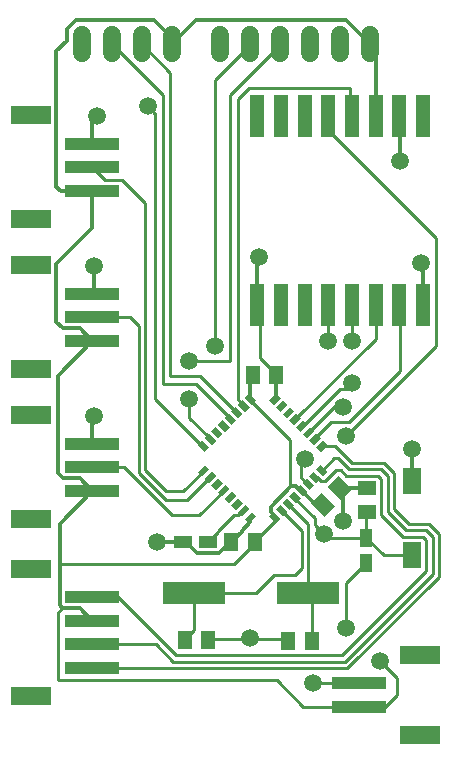
<source format=gbr>
G04 EAGLE Gerber X2 export*
%TF.Part,Single*%
%TF.FileFunction,Copper,L1,Top,Mixed*%
%TF.FilePolarity,Positive*%
%TF.GenerationSoftware,Autodesk,EAGLE,8.6.0*%
%TF.CreationDate,2018-02-12T05:02:09Z*%
G75*
%MOMM*%
%FSLAX34Y34*%
%LPD*%
%AMOC8*
5,1,8,0,0,1.08239X$1,22.5*%
G01*
%ADD10R,1.300000X1.600000*%
%ADD11R,5.334000X1.930400*%
%ADD12R,1.200000X3.600000*%
%ADD13R,1.600000X2.300000*%
%ADD14R,1.600000X1.300000*%
%ADD15R,1.000000X1.500000*%
%ADD16R,0.540000X0.850000*%
%ADD17C,1.524000*%
%ADD18R,1.500000X1.000000*%
%ADD19R,4.600000X1.000000*%
%ADD20R,3.400000X1.600000*%
%ADD21C,1.500000*%
%ADD22C,0.304800*%
%ADD23C,0.254000*%


D10*
X178402Y161290D03*
X158402Y161290D03*
X246286Y160528D03*
X266286Y160528D03*
D11*
X262890Y200660D03*
X166370Y200660D03*
D12*
X360010Y604779D03*
X340010Y604779D03*
X320010Y604779D03*
X300010Y604779D03*
X280010Y604779D03*
X260010Y604779D03*
X240010Y604779D03*
X220010Y604779D03*
X220010Y444779D03*
X240010Y444779D03*
X260010Y444779D03*
X280010Y444779D03*
X300010Y444779D03*
X320010Y444779D03*
X340010Y444779D03*
X360010Y444779D03*
D10*
X216060Y385572D03*
X236060Y385572D03*
G36*
X285630Y274571D02*
X276437Y265378D01*
X265124Y276691D01*
X274317Y285884D01*
X285630Y274571D01*
G37*
G36*
X299772Y288713D02*
X290579Y279520D01*
X279266Y290833D01*
X288459Y300026D01*
X299772Y288713D01*
G37*
D13*
X350520Y295660D03*
X350520Y232660D03*
D14*
X312674Y269400D03*
X312674Y289400D03*
D15*
X312166Y247507D03*
X312166Y226457D03*
D10*
X217772Y243840D03*
X197772Y243840D03*
D16*
G36*
X239880Y263836D02*
X236062Y260018D01*
X230052Y266028D01*
X233870Y269846D01*
X239880Y263836D01*
G37*
G36*
X245537Y269493D02*
X241719Y265675D01*
X235709Y271685D01*
X239527Y275503D01*
X245537Y269493D01*
G37*
G36*
X251194Y275150D02*
X247376Y271332D01*
X241366Y277342D01*
X245184Y281160D01*
X251194Y275150D01*
G37*
G36*
X256850Y280807D02*
X253032Y276989D01*
X247022Y282999D01*
X250840Y286817D01*
X256850Y280807D01*
G37*
G36*
X262507Y286464D02*
X258689Y282646D01*
X252679Y288656D01*
X256497Y292474D01*
X262507Y286464D01*
G37*
G36*
X268093Y292050D02*
X264275Y288232D01*
X258265Y294242D01*
X262083Y298060D01*
X268093Y292050D01*
G37*
G36*
X273750Y297707D02*
X269932Y293889D01*
X263922Y299899D01*
X267740Y303717D01*
X273750Y297707D01*
G37*
G36*
X279407Y303363D02*
X275589Y299545D01*
X269579Y305555D01*
X273397Y309373D01*
X279407Y303363D01*
G37*
G36*
X275660Y330304D02*
X279478Y326486D01*
X273468Y320476D01*
X269650Y324294D01*
X275660Y330304D01*
G37*
G36*
X270003Y335961D02*
X273821Y332143D01*
X267811Y326133D01*
X263993Y329951D01*
X270003Y335961D01*
G37*
G36*
X264346Y341618D02*
X268164Y337800D01*
X262154Y331790D01*
X258336Y335608D01*
X264346Y341618D01*
G37*
G36*
X258689Y347274D02*
X262507Y343456D01*
X256497Y337446D01*
X252679Y341264D01*
X258689Y347274D01*
G37*
G36*
X253032Y352931D02*
X256850Y349113D01*
X250840Y343103D01*
X247022Y346921D01*
X253032Y352931D01*
G37*
G36*
X247376Y358588D02*
X251194Y354770D01*
X245184Y348760D01*
X241366Y352578D01*
X247376Y358588D01*
G37*
G36*
X241719Y364245D02*
X245537Y360427D01*
X239527Y354417D01*
X235709Y358235D01*
X241719Y364245D01*
G37*
G36*
X236062Y369902D02*
X239880Y366084D01*
X233870Y360074D01*
X230052Y363892D01*
X236062Y369902D01*
G37*
G36*
X209192Y366084D02*
X213010Y369902D01*
X219020Y363892D01*
X215202Y360074D01*
X209192Y366084D01*
G37*
G36*
X203535Y360427D02*
X207353Y364245D01*
X213363Y358235D01*
X209545Y354417D01*
X203535Y360427D01*
G37*
G36*
X197878Y354770D02*
X201696Y358588D01*
X207706Y352578D01*
X203888Y348760D01*
X197878Y354770D01*
G37*
G36*
X192222Y349113D02*
X196040Y352931D01*
X202050Y346921D01*
X198232Y343103D01*
X192222Y349113D01*
G37*
G36*
X186565Y343456D02*
X190383Y347274D01*
X196393Y341264D01*
X192575Y337446D01*
X186565Y343456D01*
G37*
G36*
X180908Y337800D02*
X184726Y341618D01*
X190736Y335608D01*
X186918Y331790D01*
X180908Y337800D01*
G37*
G36*
X175251Y332143D02*
X179069Y335961D01*
X185079Y329951D01*
X181261Y326133D01*
X175251Y332143D01*
G37*
G36*
X169594Y326486D02*
X173412Y330304D01*
X179422Y324294D01*
X175604Y320476D01*
X169594Y326486D01*
G37*
G36*
X173412Y299616D02*
X169594Y303434D01*
X175604Y309444D01*
X179422Y305626D01*
X173412Y299616D01*
G37*
G36*
X179069Y293959D02*
X175251Y297777D01*
X181261Y303787D01*
X185079Y299969D01*
X179069Y293959D01*
G37*
G36*
X184726Y288302D02*
X180908Y292120D01*
X186918Y298130D01*
X190736Y294312D01*
X184726Y288302D01*
G37*
G36*
X190383Y282646D02*
X186565Y286464D01*
X192575Y292474D01*
X196393Y288656D01*
X190383Y282646D01*
G37*
G36*
X196040Y276989D02*
X192222Y280807D01*
X198232Y286817D01*
X202050Y282999D01*
X196040Y276989D01*
G37*
G36*
X201696Y271332D02*
X197878Y275150D01*
X203888Y281160D01*
X207706Y277342D01*
X201696Y271332D01*
G37*
G36*
X207353Y265675D02*
X203535Y269493D01*
X209545Y275503D01*
X213363Y271685D01*
X207353Y265675D01*
G37*
G36*
X213010Y260018D02*
X209192Y263836D01*
X215202Y269846D01*
X219020Y266028D01*
X213010Y260018D01*
G37*
D17*
X314960Y657860D02*
X314960Y673100D01*
X289560Y673100D02*
X289560Y657860D01*
X264160Y657860D02*
X264160Y673100D01*
X238760Y673100D02*
X238760Y657860D01*
X213360Y657860D02*
X213360Y673100D01*
X187960Y673100D02*
X187960Y657860D01*
D18*
X157115Y243840D03*
X178165Y243840D03*
D19*
X80180Y137320D03*
X80180Y157320D03*
D20*
X28180Y113320D03*
X28180Y221320D03*
D19*
X80180Y177320D03*
X80180Y197320D03*
X80340Y541340D03*
X80340Y561340D03*
D20*
X28340Y517340D03*
X28340Y605340D03*
D19*
X80340Y581340D03*
X80340Y414340D03*
X80340Y434340D03*
D20*
X28340Y390340D03*
X28340Y478340D03*
D19*
X80340Y454340D03*
X80340Y287340D03*
X80340Y307340D03*
D20*
X28340Y263340D03*
X28340Y351340D03*
D19*
X80340Y327340D03*
D17*
X147320Y657860D02*
X147320Y673100D01*
X121920Y673100D02*
X121920Y657860D01*
X96520Y657860D02*
X96520Y673100D01*
X71120Y673100D02*
X71120Y657860D01*
D19*
X305900Y124300D03*
X305900Y104300D03*
D20*
X357900Y148300D03*
X357900Y80300D03*
D21*
X213360Y162560D03*
X350520Y322580D03*
D22*
X350520Y295660D01*
D21*
X292100Y261620D03*
D22*
X292100Y289773D02*
X289519Y289773D01*
X292100Y289773D02*
X312301Y289773D01*
D23*
X312674Y289400D01*
D21*
X358140Y480060D03*
X340360Y566420D03*
X220980Y485140D03*
D22*
X340360Y604429D02*
X340010Y604779D01*
X340360Y604429D02*
X340360Y566420D01*
X360010Y478190D02*
X360010Y444779D01*
X360010Y478190D02*
X358140Y480060D01*
X220010Y484170D02*
X220010Y444779D01*
X220010Y484170D02*
X220980Y485140D01*
D21*
X83820Y604520D03*
X81280Y477520D03*
X81280Y350520D03*
D22*
X80340Y349580D02*
X80340Y327340D01*
X80340Y349580D02*
X81280Y350520D01*
X80340Y454340D02*
X81280Y455280D01*
X81280Y477520D01*
X80340Y581340D02*
X80340Y601040D01*
X83820Y604520D01*
X236060Y385572D02*
X236060Y366082D01*
X234966Y364988D01*
X206748Y252816D02*
X197772Y243840D01*
X206748Y252816D02*
X206748Y253714D01*
X214106Y261072D02*
X214106Y264932D01*
X214106Y261072D02*
X206748Y253714D01*
D21*
X134620Y243840D03*
D22*
X157115Y243840D01*
X168791Y234316D02*
X187539Y234316D01*
X197063Y243840D02*
X197772Y243840D01*
X159267Y243840D02*
X157115Y243840D01*
X187539Y234316D02*
X197063Y243840D01*
X168791Y234316D02*
X159267Y243840D01*
D23*
X180975Y161925D02*
X212725Y161925D01*
X180975Y161925D02*
X178402Y161290D01*
X212725Y161925D02*
X213360Y162560D01*
X215900Y161925D02*
X244475Y161925D01*
X246286Y160528D01*
X215900Y161925D02*
X213360Y162560D01*
X234950Y387350D02*
X222250Y400050D01*
X222250Y444500D01*
X234950Y387350D02*
X236060Y385572D01*
X222250Y444500D02*
X220010Y444779D01*
D22*
X292100Y289773D02*
X292100Y261620D01*
D21*
X266700Y124460D03*
D23*
X305740Y124460D02*
X305900Y124300D01*
X305740Y124460D02*
X266700Y124460D01*
X178165Y243840D02*
X187002Y252677D01*
X187002Y253609D01*
X203465Y267062D02*
X206993Y270589D01*
X208449Y270589D01*
X200455Y267062D02*
X187002Y253609D01*
X200455Y267062D02*
X203465Y267062D01*
X240623Y269132D02*
X240623Y270589D01*
X166370Y200660D02*
X166370Y169258D01*
X158402Y161290D01*
X218440Y200660D02*
X233680Y215900D01*
X251460Y215900D01*
X257350Y221790D01*
X218440Y200660D02*
X166370Y200660D01*
X257350Y221790D02*
X257350Y253190D01*
X240623Y269917D02*
X240623Y270589D01*
X240623Y269917D02*
X257350Y253190D01*
X262890Y259635D02*
X246280Y276246D01*
X262890Y259635D02*
X262890Y200660D01*
X266286Y197264D02*
X266286Y160528D01*
X266286Y197264D02*
X262890Y200660D01*
X251936Y348017D02*
X320010Y416091D01*
X320010Y444779D01*
X299720Y444500D02*
X299720Y414020D01*
X299720Y444500D02*
X300010Y444779D01*
D21*
X299720Y378460D03*
X299720Y414020D03*
D23*
X289560Y373380D02*
X259080Y342900D01*
X289560Y373380D02*
X299720Y373380D01*
X259080Y342900D02*
X257593Y342360D01*
X299720Y373380D02*
X299720Y378460D01*
X289560Y360680D02*
X287020Y360680D01*
X289560Y360680D02*
X292100Y358140D01*
X279400Y414020D02*
X279400Y444500D01*
X280010Y444779D01*
D21*
X292100Y358140D03*
X279400Y414020D03*
D23*
X287020Y360680D02*
X264160Y337820D01*
X263250Y336704D01*
X287020Y360680D02*
X292100Y358140D01*
X281940Y345440D02*
X269240Y332740D01*
X281940Y345440D02*
X297180Y345440D01*
X340360Y388620D01*
X340360Y444500D01*
X269240Y332740D02*
X268907Y331047D01*
X340360Y444500D02*
X340010Y444779D01*
X257175Y298450D02*
X260350Y295275D01*
X257175Y298450D02*
X257175Y311150D01*
X260350Y314325D01*
X295275Y333375D02*
X371475Y409575D01*
X371475Y501650D01*
X282575Y590550D01*
X282575Y603250D01*
X260350Y295275D02*
X263179Y293146D01*
X282575Y603250D02*
X280010Y604779D01*
D21*
X260350Y314325D03*
X295275Y333375D03*
D23*
X206375Y361950D02*
X203200Y365125D01*
X203200Y619125D01*
X212725Y628650D01*
X298450Y628650D01*
X298450Y606425D01*
X206375Y361950D02*
X208449Y359331D01*
X300010Y604779D02*
X298450Y606425D01*
X171450Y384175D02*
X200025Y355600D01*
X171450Y384175D02*
X146050Y384175D01*
X146050Y641350D01*
X121920Y665480D01*
X200025Y355600D02*
X202792Y353674D01*
X196850Y349250D02*
X168275Y377825D01*
X139700Y377825D01*
X139700Y622300D01*
X96520Y665480D01*
X196850Y349250D02*
X197136Y348017D01*
X327013Y232660D02*
X350520Y232660D01*
X327013Y232660D02*
X312166Y247507D01*
X312166Y268892D01*
X312674Y269400D01*
X184150Y635000D02*
X212725Y663575D01*
X184150Y635000D02*
X184150Y409575D01*
X212725Y663575D02*
X213360Y665480D01*
D21*
X184150Y409575D03*
X276225Y250825D03*
D22*
X251936Y280805D02*
X251936Y281903D01*
D23*
X268684Y258366D02*
X276225Y250825D01*
X268684Y264058D02*
X251936Y280805D01*
X268684Y264058D02*
X268684Y258366D01*
D22*
X310077Y249596D02*
X312166Y247507D01*
D23*
X277454Y249596D02*
X276225Y250825D01*
X279543Y247507D01*
X312166Y247507D01*
X91070Y550610D02*
X80340Y561340D01*
X91070Y550610D02*
X105109Y550610D01*
X124920Y530799D01*
X124920Y304770D02*
X142455Y287235D01*
X124920Y304770D02*
X124920Y530799D01*
X142455Y287235D02*
X157213Y287235D01*
X174508Y304530D01*
X171450Y327025D02*
X133350Y365125D01*
X133350Y606425D01*
X127000Y612775D01*
X171450Y327025D02*
X174508Y325390D01*
D21*
X127000Y612775D03*
D23*
X161925Y349250D02*
X177800Y333375D01*
X161925Y349250D02*
X161925Y365125D01*
X161925Y396875D02*
X196850Y396875D01*
X196850Y622300D01*
X238125Y663575D01*
X177800Y333375D02*
X180165Y331047D01*
X238125Y663575D02*
X238760Y665480D01*
D21*
X161925Y365125D03*
X161925Y396875D03*
D23*
X272062Y273091D02*
X275377Y275631D01*
X269522Y275631D01*
X257593Y287560D01*
D22*
X320010Y660430D02*
X314960Y665480D01*
X320010Y660430D02*
X320010Y604779D01*
X147320Y665480D02*
X147320Y670530D01*
X49864Y544496D02*
X53340Y541020D01*
X80020Y541020D01*
X80340Y541340D01*
X80340Y509600D01*
X49864Y479124D01*
X55466Y424816D02*
X69864Y424816D01*
X80340Y414340D01*
X55466Y424816D02*
X49864Y430418D01*
X49864Y479124D01*
X80340Y414340D02*
X50800Y384800D01*
X55466Y297816D02*
X69864Y297816D01*
X80340Y287340D01*
X55466Y297816D02*
X50800Y302482D01*
X50800Y384800D01*
X52656Y190446D02*
X54876Y188226D01*
X55306Y187796D01*
X69704Y187796D01*
X80180Y177320D01*
X52656Y259656D02*
X80340Y287340D01*
X52656Y259656D02*
X52656Y225425D01*
X52656Y190446D01*
X214106Y383618D02*
X216060Y385572D01*
X214106Y383618D02*
X214106Y364988D01*
X234966Y261034D02*
X217772Y243840D01*
X234966Y261034D02*
X234966Y264932D01*
X231184Y269811D02*
X231184Y273559D01*
X256496Y287560D02*
X257593Y287560D01*
X256496Y287560D02*
X252714Y291341D01*
X231184Y269811D02*
X234966Y266030D01*
X234966Y264932D01*
X248966Y291341D02*
X252714Y291341D01*
X248966Y291341D02*
X248688Y291062D01*
X231184Y273559D01*
X147320Y665480D02*
X167640Y685800D01*
X294640Y685800D02*
X314960Y665480D01*
X294640Y685800D02*
X167640Y685800D01*
D23*
X311150Y225425D02*
X295275Y209550D01*
X295275Y171450D01*
X323850Y142875D02*
X337820Y128905D01*
X311150Y225425D02*
X312166Y226457D01*
X247650Y330200D02*
X215900Y361950D01*
X247650Y330200D02*
X247650Y292100D01*
X215900Y361950D02*
X214106Y364988D01*
X247650Y292100D02*
X248688Y291062D01*
X215900Y241300D02*
X200025Y225425D01*
X52656Y225425D01*
X215900Y241300D02*
X217772Y243840D01*
X236220Y127000D02*
X50800Y127000D01*
X50800Y184150D01*
X54876Y188226D01*
D21*
X295275Y171450D03*
X323850Y142875D03*
D22*
X49864Y659464D02*
X58976Y668576D01*
X58976Y678130D01*
X49864Y659464D02*
X49864Y544496D01*
X66522Y685677D02*
X132080Y685766D01*
X66522Y685677D02*
X58976Y678130D01*
X147320Y670526D02*
X147320Y665480D01*
X147320Y670526D02*
X132080Y685766D01*
D23*
X258920Y104300D02*
X305900Y104300D01*
X327820Y104300D01*
X337820Y114300D01*
X337820Y128905D01*
X258920Y104300D02*
X236220Y127000D01*
X106680Y307340D02*
X80340Y307340D01*
X170619Y266700D02*
X191479Y287560D01*
X147320Y266700D02*
X106680Y307340D01*
X147320Y266700D02*
X170619Y266700D01*
X133999Y157320D02*
X148601Y142718D01*
X293951Y142718D01*
X368330Y217097D01*
X368330Y248223D01*
X330484Y299963D02*
X324737Y305710D01*
X133999Y157320D02*
X80180Y157320D01*
X345685Y253970D02*
X362583Y253970D01*
X368330Y248223D01*
X345685Y253970D02*
X330484Y269171D01*
X330484Y299963D01*
X324737Y305710D02*
X297425Y305710D01*
X288175Y314960D01*
X284994Y314960D02*
X274493Y304459D01*
X284994Y314960D02*
X288175Y314960D01*
X295131Y300170D02*
X322443Y300170D01*
X324944Y297669D01*
X324944Y266876D01*
X343390Y248430D02*
X360289Y248430D01*
X362790Y245929D01*
X343390Y248430D02*
X324944Y266876D01*
X101833Y197320D02*
X80180Y197320D01*
X101833Y197320D02*
X150895Y148258D01*
X291657Y148258D02*
X362790Y219391D01*
X291657Y148258D02*
X150895Y148258D01*
X362790Y219391D02*
X362790Y245929D01*
X277358Y295275D02*
X273820Y295275D01*
X270293Y298803D01*
X268836Y298803D01*
X290501Y304800D02*
X295131Y300170D01*
X286883Y304800D02*
X277358Y295275D01*
X286883Y304800D02*
X290501Y304800D01*
X146164Y137320D02*
X80180Y137320D01*
X146164Y137320D02*
X146306Y137178D01*
X296246Y137178D01*
X373870Y214802D02*
X373870Y250518D01*
X364878Y259510D01*
X348294Y259510D01*
X336024Y271780D01*
X336024Y302258D01*
X327032Y311250D01*
X299720Y311250D01*
X285580Y325390D01*
X274564Y325390D01*
X373870Y214802D02*
X296246Y137178D01*
X119380Y426720D02*
X111760Y434340D01*
X119380Y426720D02*
X119380Y302475D01*
X160692Y279400D02*
X180165Y298873D01*
X111760Y434340D02*
X80340Y434340D01*
X119380Y302475D02*
X142455Y279400D01*
X160692Y279400D01*
M02*

</source>
